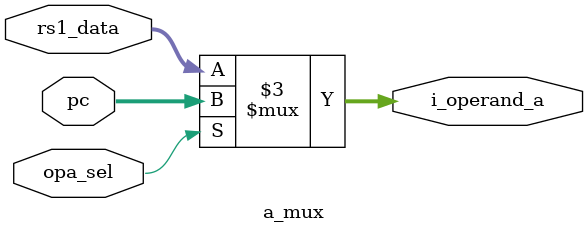
<source format=sv>
/* verilator lint_off WIDTHTRUNC */
/* verilator lint_off WIDTHEXPAND */
`timescale 1ns / 1ps


module a_mux(
	 input  logic opa_sel,
    input  logic [31:0] pc,
	 input  logic [31:0] rs1_data,
    output logic [31:0] i_operand_a
);

    always @(*)
    begin
		if(opa_sel) begin
        // Nếu không reset, cập nhật pc_addr với giá trị nxt_pc
			i_operand_a <= pc;
		end
		else begin
        // Nếu không reset, cập nhật pc_addr với giá trị nxt_pc
			i_operand_a <= rs1_data;
		end
    end
endmodule : a_mux


</source>
